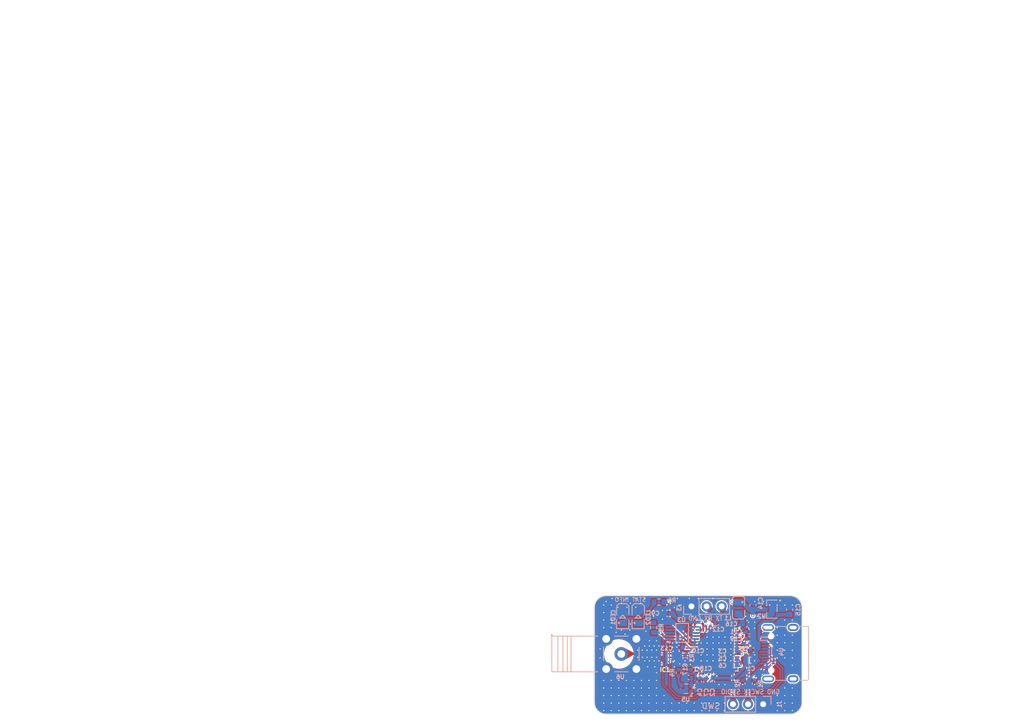
<source format=kicad_pcb>
(kicad_pcb (version 20240108) (generator "pcbnew") (generator_version "8.0")
  (layers (0 "F.Cu" signal) (1 "In1.Cu" signal) (2 "In2.Cu" signal) (31 "B.Cu" signal) (34 "B.Paste" user) (35 "F.Paste" user) (36 "B.SilkS" user "B.Silkscreen") (37 "F.SilkS" user "F.Silkscreen") (38 "B.Mask" user) (39 "F.Mask" user) (44 "Edge.Cuts" user))
  (net 0 "")
  (net 1 "+1V5")
  (net 2 "GND")
  (net 3 "+3.3V")
  (net 4 "/RESET")
  (net 5 "+5V")
  (net 6 "/PB0-VDD_TCXO")
  (net 7 "Net-(C18-Pad1)")
  (net 8 "/OSC_IN")
  (net 11 "/RFI-")
  (net 12 "Net-(IC1-RFI_IN)")
  (net 13 "/RFI+")
  (net 14 "/JTCK{slash}SWCLK")
  (net 15 "/JTMS{slash}SWDIO")
  (net 16 "/USART1_TX")
  (net 17 "/USART1_RX")
  (net 18 "Net-(LED1-A)")
  (net 19 "Net-(LED2-A)")
  (net 20 "Net-(U4-CC1)")
  (net 21 "Net-(U4-CC2)")
  (net 22 "/BOOT0")
  (net 23 "Net-(U5-OUT)")
  (net 24 "/TIM1_CH1_LED_1")
  (net 29 "/USART2_RX")
  (net 37 "/USART2_TX")
  (net 38 "/TIM1_CH2_LED_2")
  (net 53 "USBD+")
  (net 54 "USBD-")
  (net 62 "Net-(U1-VDDA)")
  (footprint "jlc:BALFHBWL02D3" (layer "F.Cu") (at 111.91 111.14 180)
    (property "Reference" "IC1")
    (property "Value" "BALFHB-WL-02D3" (hide yes))
  )
  (footprint "Package_DFN_QFN:QFN-48-1EP_7x7mm_P0.5mm_EP5.6x5.6mm" (layer "F.Cu") (at 120.61 109.1 -90)
    (property "Reference" "U1")
    (property "Value" "STM32WLE5C8Ux")
  )
  (footprint "Capacitor_SMD:C_0402_1005Metric" (layer "B.Cu") (at 120.9 104.6 180)
    (property "Reference" "C12")
    (property "Value" "100nF")
  )
  (footprint "jlc:ANT-TH_KH-SMA-K513-G" (layer "B.Cu") (at 104.559995 109.840005)
    (property "Reference" "U6")
    (property "Value" "KH-SMA-K513-G")
  )
  (footprint "Capacitor_SMD:C_0603_1608Metric" (layer "B.Cu") (at 132.9 102.4 90)
    (property "Reference" "C15")
    (property "Value" "1uF")
  )
  (footprint "Connector_PinSocket_2.54mm:PinSocket_1x03_P2.54mm_Vertical" (layer "B.Cu") (at 116.375 101.825 -90)
    (property "Reference" "J3")
    (property "Value" "Conn_01x03_Pin")
  )
  (footprint "Capacitor_SMD:C_0402_1005Metric" (layer "B.Cu") (at 115.9 113.8)
    (property "Reference" "C17")
    (property "Value" "10nF")
  )
  (footprint "jlc:USB-C-SMD_TYPE-C-6PIN-2MD-073" (layer "B.Cu") (at 131.104928 109.709855 -90)
    (property "Reference" "U4")
    (property "Value" "TYPE-C_16PIN_2MD(073)")
  )
  (footprint "Capacitor_SMD:C_0402_1005Metric" (layer "B.Cu") (at 123.52 109.4)
    (property "Reference" "C3")
    (property "Value" "100nF")
  )
  (footprint "jlc:MSOP-10_L3.0-W3.0-P0.50-LS5.0-BL" (layer "B.Cu") (at 114.8 106.3 90)
    (property "Reference" "U3")
    (property "Value" "CH340X")
  )
  (footprint "Resistor_SMD:R_0402_1005Metric" (layer "B.Cu") (at 126.99 114.81 90)
    (property "Reference" "R1")
    (property "Value" "5.1k")
  )
  (footprint "Capacitor_SMD:C_0603_1608Metric" (layer "B.Cu") (at 112.3 103 180)
    (property "Reference" "C9")
    (property "Value" "4.7uF")
  )
  (footprint "Resistor_SMD:R_0402_1005Metric" (layer "B.Cu") (at 125 114.81 90)
    (property "Reference" "R2")
    (property "Value" "5.1k")
  )
  (footprint "Capacitor_SMD:C_0402_1005Metric" (layer "B.Cu") (at 126.1 107.3)
    (property "Reference" "C19")
    (property "Value" "100nF")
  )
  (footprint "jlc:OSC-SMD_4P-L2.0-W1.6-BL_EPSON_TG-5006CJ-19H" (layer "B.Cu") (at 115.5 115.7 180)
    (property "Reference" "U5")
    (property "Value" "X1G004131004200")
  )
  (footprint "Capacitor_SMD:C_0402_1005Metric" (layer "B.Cu") (at 118.8 114.5 -90)
    (property "Reference" "C7")
    (property "Value" "100nF")
  )
  (footprint "jlc:LED0805-R-RD" (layer "B.Cu") (at 104.8 103.6 -90)
    (property "Reference" "LED1")
    (property "Value" "0805G_(Green)")
  )
  (footprint "Capacitor_SMD:C_0402_1005Metric" (layer "B.Cu") (at 116.8 112.5)
    (property "Reference" "C18")
    (property "Value" "10pF")
  )
  (footprint "Capacitor_SMD:C_0402_1005Metric" (layer "B.Cu") (at 117.7 114.5 -90)
    (property "Reference" "C4")
    (property "Value" "100nF")
  )
  (footprint "Capacitor_SMD:C_0402_1005Metric" (layer "B.Cu") (at 117.4 108.3 180)
    (property "Reference" "C10")
    (property "Value" "100nF")
  )
  (footprint "Capacitor_SMD:C_0402_1005Metric" (layer "B.Cu") (at 123.5 111.8 180)
    (property "Reference" "C6")
    (property "Value" "100nF")
  )
  (footprint "Capacitor_SMD:C_0402_1005Metric" (layer "B.Cu") (at 126.1 106.1)
    (property "Reference" "C11")
    (property "Value" "100nF")
  )
  (footprint "jlc:L0805" (layer "B.Cu") (at 124.3 102.1 -90)
    (property "Reference" "L1")
    (property "Value" "GZ2012D601TF")
  )
  (footprint "Capacitor_SMD:C_0402_1005Metric" (layer "B.Cu") (at 126.8 109.2)
    (property "Reference" "C8")
    (property "Value" "100nF")
  )
  (footprint "jlc:SOT-23-3_L2.9-W1.6-P1.90-LS2.8-BR" (layer "B.Cu") (at 129.9 102.3)
    (property "Reference" "U2")
    (property "Value" "XC6206P332MR")
  )
  (footprint "Capacitor_SMD:C_0603_1608Metric" (layer "B.Cu") (at 126.7 101.625 90)
    (property "Reference" "C14")
    (property "Value" "1uF")
  )
  (footprint "Capacitor_SMD:C_0603_1608Metric" (layer "B.Cu") (at 125.7 104.7 180)
    (property "Reference" "C16")
    (property "Value" "4.7uF")
  )
  (footprint "Resistor_SMD:R_0402_1005Metric" (layer "B.Cu") (at 115.3 110.5 90)
    (property "Reference" "R3")
    (property "Value" "4.7k")
  )
  (footprint "jlc:LED0805-R-RD" (layer "B.Cu") (at 107.4 103.6 -90)
    (property "Reference" "LED2")
    (property "Value" "0805G_(Green)")
  )
  (footprint "Resistor_SMD:R_0402_1005Metric" (layer "B.Cu") (at 114.2 113 90)
    (property "Reference" "R4")
    (property "Value" "220")
  )
  (footprint "Capacitor_SMD:C_0603_1608Metric" (layer "B.Cu") (at 126.3 110.9 180)
    (property "Reference" "C1")
    (property "Value" "0.47uF")
  )
  (footprint "Capacitor_SMD:C_0402_1005Metric" (layer "B.Cu") (at 123.5 110.6 180)
    (property "Reference" "C5")
    (property "Value" "100nF")
  )
  (footprint "Resistor_SMD:R_0603_1608Metric" (layer "B.Cu") (at 110 105.4 90)
    (property "Reference" "R5")
    (property "Value" "68")
  )
  (footprint "Capacitor_SMD:C_0402_1005Metric" (layer "B.Cu") (at 114.3 108.8 180)
    (property "Reference" "C13")
    (property "Value" "100nF")
  )
  (footprint "Connector_PinSocket_2.54mm:PinSocket_1x03_P2.54mm_Vertical" (layer "B.Cu") (at 128.44 118.3 90)
    (property "Reference" "J1")
    (property "Value" "Conn_01x03_Pin")
  )
  (footprint "Resistor_SMD:R_0603_1608Metric" (layer "B.Cu") (at 110.9 101.1 180)
    (property "Reference" "R6")
    (property "Value" "68")
  )
  (footprint "Capacitor_SMD:C_0402_1005Metric" (layer "B.Cu") (at 119.9 114.48 -90)
    (property "Reference" "C2")
    (property "Value" "33pF")
  )
  (gr_line (start 135 102) (end 135 118) (stroke (width 0.1)) (layer "Edge.Cuts"))
  (gr_line (start 100 118) (end 100 102) (stroke (width 0.1)) (layer "Edge.Cuts"))
  (gr_line (start 133 120) (end 102 120) (stroke (width 0.1)) (layer "Edge.Cuts"))
  (gr_arc (start 135 118) (mid 134.414214 119.414214) (end 133 120) (stroke (width 0.1)) (layer "Edge.Cuts"))
  (gr_arc (start 102 120) (mid 100.585786 119.414214) (end 100 118) (stroke (width 0.1)) (layer "Edge.Cuts"))
  (gr_arc (start 100 102) (mid 100.585786 100.585786) (end 102 100) (stroke (width 0.1)) (layer "Edge.Cuts"))
  (gr_arc (start 133 100) (mid 134.414214 100.585786) (end 135 102) (stroke (width 0.1)) (layer "Edge.Cuts"))
  (gr_line (start 102 100) (end 133 100) (stroke (width 0.1)) (layer "Edge.Cuts"))
  (gr_text "GND SWCLK SWDIO" (at 131.3 116.7 0) (layer "B.SilkS") (effects (font (size 0.8 0.7) (thickness 0.12)) (justify left bottom mirror)))
  (gr_text "STAT INFO" (at 108.8 101.1 0) (layer "B.SilkS") (effects (font (size 0.7 0.7) (thickness 0.12) (bold yes)) (justify left bottom mirror)))
  (gr_text "SWD" (at 121.3 119.2 0) (layer "B.SilkS") (effects (font (size 1 1)) (justify left bottom mirror)))
  (gr_text "TX RX GND" (at 121.7 104.3 0) (layer "B.SilkS") (effects (font (size 0.8 0.7) (thickness 0.12)) (justify left bottom mirror)))
  (segment (start 124.75 107.85) (end 124.0475 107.85) (width 0.3) (layer "F.Cu") (net 1))
  (segment (start 119.9 113.263454) (end 119.86 113.223454) (width 0.3) (layer "F.Cu") (net 1))
  (segment (start 119.86 113.223454) (end 119.86 112.5375) (width 0.3) (layer "F.Cu") (net 1))
  (via (at 124.75 107.85) (size 0.3) (drill 0.2) (layers "F.Cu" "B.Cu") (net 1))
  (via (at 119.9 113.263454) (size 0.3) (drill 0.2) (layers "F.Cu" "B.Cu") (net 1))
  (segment (start 120.1 113.9) (end 119.9 113.7) (width 0.5) (layer "B.Cu") (net 1))
  (segment (start 123.448529 113.9) (end 120.1 113.9) (width 0.5) (layer "B.Cu") (net 1))
  (segment (start 125.5 108.5) (end 124.85 107.85) (width 0.5) (layer "B.Cu") (net 1))
  (segment (start 125.525 111.823529) (end 123.448529 113.9) (width 0.5) (layer "B.Cu") (net 1))
  (segment (start 125.5 110.875) (end 125.5 108.5) (width 0.5) (layer "B.Cu") (net 1))
  (segment (start 125.525 110.9) (end 125.525 111.823529) (width 0.5) (layer "B.Cu") (net 1))
  (segment (start 119.9 113.263454) (end 119.9 113.7) (width 0.3) (layer "B.Cu") (net 1))
  (segment (start 111.91 110.64) (end 111.91 111.395) (width 0.342392) (layer "F.Cu") (net 2))
  (segment (start 111.91 110.64) (end 111.22 110.64) (width 0.342392) (layer "F.Cu") (net 2))
  (segment (start 111.91 111.395) (end 111.825 111.48) (width 0.342392) (layer "F.Cu") (net 2))
  (via (at 104.14 115.57) (size 0.3) (drill 0.2) (layers "F.Cu" "B.Cu") (net 2))
  (via (at 114.3 119.38) (size 0.3) (drill 0.2) (layers "F.Cu" "B.Cu") (net 2))
  (via (at 129.54 101.6) (size 0.3) (drill 0.2) (layers "F.Cu" "B.Cu") (net 2))
  (via (at 107.95 114.3) (size 0.3) (drill 0.2) (layers "F.Cu" "B.Cu") (net 2))
  (via (at 123 108) (size 0.3) (drill 0.2) (layers "F.Cu" "B.Cu") (net 2))
  (via (at 133.35 111.76) (size 0.3) (drill 0.2) (layers "F.Cu" "B.Cu") (net 2))
  (via (at 130.81 106.68) (size 0.3) (drill 0.2) (layers "F.Cu" "B.Cu") (net 2))
  (via (at 128.5 103.5) (size 0.3) (drill 0.2) (layers "F.Cu" "B.Cu") (net 2))
  (via (at 109.22 116.84) (size 0.3) (drill 0.2) (layers "F.Cu" "B.Cu") (net 2))
  (via (at 132.08 115.57) (size 0.3) (drill 0.2) (layers "F.Cu" "B.Cu") (net 2))
  (via (at 110.1 111) (size 0.3) (drill 0.2) (layers "F.Cu" "B.Cu") (net 2))
  (via (at 120 100.5) (size 0.3) (drill 0.2) (layers "F.Cu" "B.Cu") (net 2))
  (via (at 113.2 108) (size 0.3) (drill 0.2) (layers "F.Cu" "B.Cu") (net 2))
  (via (at 128.5 101) (size 0.3) (drill 0.2) (layers "F.Cu" "B.Cu") (net 2))
  (via (at 102.87 104.14) (size 0.3) (drill 0.2) (layers "F.Cu" "B.Cu") (net 2))
  (via (at 118 110) (size 0.3) (drill 0.2) (layers "F.Cu" "B.Cu") (net 2))
  (via (at 127 111) (size 0.3) (drill 0.2) (layers "F.Cu" "B.Cu") (net 2))
  (via (at 133.35 116.84) (size 0.3) (drill 0.2) (layers "F.Cu" "B.Cu") (net 2))
  (via (at 121 108) (size 0.3) (drill 0.2) (layers "F.Cu" "B.Cu") (net 2))
  (via (at 101.6 119.38) (size 0.3) (drill 0.2) (layers "F.Cu" "B.Cu") (net 2))
  (via (at 116 100.5) (size 0.3) (drill 0.2) (layers "F.Cu" "B.Cu") (net 2))
  (via (at 114.3 109.4) (size 0.3) (drill 0.2) (layers "F.Cu" "B.Cu") (net 2))
  (via (at 113.9 108.7) (size 0.3) (drill 0.2) (layers "F.Cu" "B.Cu") (net 2))
  (via (at 133.35 107.95) (size 0.3) (drill 0.2) (layers "F.Cu" "B.Cu") (net 2))
  (via (at 111.5 104) (size 0.3) (drill 0.2) (layers "F.Cu" "B.Cu") (net 2))
  (via (at 106 105.8) (size 0.3) (drill 0.2) (layers "F.Cu" "B.Cu") (net 2))
  (via (at 118 109) (size 0.3) (drill 0.2) (layers "F.Cu" "B.Cu") (net 2))
  (via (at 118.11 118.11) (size 0.3) (drill 0.2) (layers "F.Cu" "B.Cu") (net 2))
  (via (at 102 101) (size 0.3) (drill 0.2) (layers "F.Cu" "B.Cu") (net 2))
  (via (at 105.41 116.84) (size 0.3) (drill 0.2) (layers "F.Cu" "B.Cu") (net 2))
  (via (at 110.5 109.2) (size 0.3) (drill 0.2) (layers "F.Cu" "B.Cu") (net 2))
  (via (at 114.4 111.5) (size 0.3) (drill 0.2) (layers "F.Cu" "B.Cu") (net 2))
  (via (at 104 100.5) (size 0.3) (drill 0.2) (layers "F.Cu" "B.Cu") (net 2))
  (via (at 132.08 119.38) (size 0.3) (drill 0.2) (layers "F.Cu" "B.Cu") (net 2))
  (via (at 124 115) (size 0.3) (drill 0.2) (layers "F.Cu" "B.Cu") (net 2))
  (via (at 132.08 104.14) (size 0.3) (drill 0.2) (layers "F.Cu" "B.Cu") (net 2))
  (via (at 128.3 113.3) (size 0.3) (drill 0.2) (layers "F.Cu" "B.Cu") (net 2))
  (via (at 109.3 111) (size 0.3) (drill 0.2) (layers "F.Cu" "B.Cu") (net 2))
  (via (at 119 107) (size 0.3) (drill 0.2) (layers "F.Cu" "B.Cu") (net 2))
  (via (at 133.35 118.11) (size 0.3) (drill 0.2) (layers "F.Cu" "B.Cu") (net 2))
  (via (at 103.7 106.2) (size 0.3) (drill 0.2) (layers "F.Cu" "B.Cu") (net 2))
  (via (at 122 108) (size 0.3) (drill 0.2) (layers "F.Cu" "B.Cu") (net 2))
  (via (at 121 115) (size 0.3) (drill 0.2) (layers "F.Cu" "B.Cu") (net 2))
  (via (at 132.08 118.11) (size 0.3) (drill 0.2) (layers "F.Cu" "B.Cu") (net 2))
  (via (at 110.1 108.5) (size 0.3) (drill 0.2) (layers "F.Cu" "B.Cu") (net 2))
  (via (at 126 104.5) (size 0.3) (drill 0.2) (layers "F.Cu" "B.Cu") (net 2))
  (via (at 113.03 119.38) (size 0.3) (drill 0.2) (layers "F.Cu" "B.Cu") (net 2))
  (via (at 113.3 109.4) (size 0.3) (drill 0.2) (layers "F.Cu" "B.Cu") (net 2))
  (via (at 102.87 101.6) (size 0.3) (drill 0.2) (layers "F.Cu" "B.Cu") (net 2))
  (via (at 104.6 101.3) (size 0.3) (drill 0.2) (layers "F.Cu" "B.Cu") (net 2))
  (via (at 105.5 100.5) (size 0.3) (drill 0.2) (layers "F.Cu" "B.Cu") (net 2))
  (via (at 113.5 112) (size 0.3) (drill 0.2) (layers "F.Cu" "B.Cu") (net 2))
  (via (at 109.7 109.2) (size 0.3) (drill 0.2) (layers "F.Cu" "B.Cu") (net 2))
  (via (at 133.35 110.49) (size 0.3) (drill 0.2) (layers "F.Cu" "B.Cu") (net 2))
  (via (at 114 100.5) (size 0.3) (drill 0.2) (layers "F.Cu" "B.Cu") (net 2))
  (via (at 104.14 118.11) (size 0.3) (drill 0.2) (layers "F.Cu" "B.Cu") (net 2))
  (via (at 107.3 109.2) (size 0.3) (drill 0.2) (layers "F.Cu" "B.Cu") (net 2))
  (via (at 123 107) (size 0.3) (drill 0.2) (layers "F.Cu" "B.Cu") (net 2))
  (via (at 132.08 106.68) (size 0.3) (drill 0.2) (layers "F.Cu" "B.Cu") (net 2))
  (via (at 105.5 102) (size 0.3) (drill 0.2) (layers "F.Cu" "B.Cu") (net 2))
  (via (at 108.1 110.4) (size 0.3) (drill 0.2) (layers "F.Cu" "B.Cu") (net 2))
  (via (at 120 107) (size 0.3) (drill 0.2) (layers "F.Cu" "B.Cu") (net 2))
  (via (at 101.6 104.14) (size 0.3) (drill 0.2) (layers "F.Cu" "B.Cu") (net 2))
  (via (at 123 110) (size 0.3) (drill 0.2) (layers "F.Cu" "B.Cu") (net 2))
  (via (at 104.14 116.84) (size 0.3) (drill 0.2) (layers "F.Cu" "B.Cu") (net 2))
  (via (at 116.2 111.6) (size 0.3) (drill 0.2) (layers "F.Cu" "B.Cu") (net 2))
  (via (at 121 109) (size 0.3) (drill 0.2) (layers "F.Cu" "B.Cu") (net 2))
  (via (at 132.08 110.49) (size 0.3) (drill 0.2) (layers "F.Cu" "B.Cu") (net 2))
  (via (at 133.35 101.6) (size 0.3) (drill 0.2) (layers "F.Cu" "B.Cu") (net 2))
  (via (at 125.5 103.5) (size 0.3) (drill 0.2) (layers "F.Cu" "B.Cu") (net 2))
  (via (at 104.6 105.8) (size 0.3) (drill 0.2) (layers "F.Cu" "B.Cu") (net 2))
  (via (at 116.84 119.38) (size 0.3) (drill 0.2) (layers "F.Cu" "B.Cu") (net 2))
  (via (at 109.3 108.5) (size 0.3) (drill 0.2) (layers "F.Cu" "B.Cu") (net 2))
  (via (at 133.35 115.57) (size 0.3) (drill 0.2) (layers "F.Cu" "B.Cu") (net 2))
  (via (at 113.9 108) (size 0.3) (drill 0.2) (layers "F.Cu" "B.Cu") (net 2))
  (via (at 105.41 114.3) (size 0.3) (drill 0.2) (layers "F.Cu" "B.Cu") (net 2))
  (via (at 116.5 103.5) (size 0.3) (drill 0.2) (layers "F.Cu" "B.Cu") (net 2))
  (via (at 123 109) (size 0.3) (drill 0.2) (layers "F.Cu" "B.Cu") (net 2))
  (via (at 122 109) (size 0.3) (drill 0.2) (layers "F.Cu" "B.Cu") (net 2))
  (via (at 122 115) (size 0.3) (drill 0.2) (layers "F.Cu" "B.Cu") (net 2))
  (via (at 112.1 109) (size 0.3) (drill 0.2) (layers "F.Cu" "B.Cu") (net 2))
  (via (at 110.49 116.84) (size 0.3) (drill 0.2) (layers "F.Cu" "B.Cu") (net 2))
  (via (at 110.49 115.57) (size 0.3) (drill 0.2) (layers "F.Cu" "B.Cu") (net 2))
  (via (at 119 111) (size 0.3) (drill 0.2) (layers "F.Cu" "B.Cu") (net 2))
  (via (at 107.3 110.4) (size 0.3) (drill 0.2) (layers "F.Cu" "B.Cu") (net 2))
  (via (at 119.38 118.11) (size 0.3) (drill 0.2) (layers "F.Cu" "B.Cu") (net 2))
  (via (at 115.57 119.38) (size 0.3) (drill 0.2) (layers "F.Cu" "B.Cu") (net 2))
  (via (at 108.5 111) (size 0.3) (drill 0.2) (layers "F.Cu" "B.Cu") (net 2))
  (via (at 132.08 109.22) (size 0.3) (drill 0.2) (layers "F.Cu" "B.Cu") (net 2))
  (via (at 113.03 118.11) (size 0.3) (drill 0.2) (layers "F.Cu" "B.Cu") (net 2))
  (via (at 121 107) (size 0.3) (drill 0.2) (layers "F.Cu" "B.Cu") (net 2))
  (via (at 132.08 116.84) (size 0.3) (drill 0.2) (layers "F.Cu" "B.Cu") (net 2))
  (via (at 106.68 118.11) (size 0.3) (drill 0.2) (layers "F.Cu" "B.Cu") (net 2))
  (via (at 110.5 107.6) (size 0.3) (drill 0.2) (layers "F.Cu" "B.Cu") (net 2))
  (via (at 122 111) (size 0.3) (drill 0.2) (layers "F.Cu" "B.Cu") (net 2))
  (via (at 101.6 116.84) (size 0.3) (drill 0.2) (layers "F.Cu" "B.Cu") (net 2))
  (via (at 133.35 109.22) (size 0.3) (drill 0.2) (layers "F.Cu" "B.Cu") (net 2))
  (via (at 130.81 118.11) (size 0.3) (drill 0.2) (layers "F.Cu" "B.Cu") (net 2))
  (via (at 109.22 118.11) (size 0.3) (drill 0.2) (layers "F.Cu" "B.Cu") (net 2))
  (via (at 127.5 103.5) (size 0.3) (drill 0.2) (layers "F.Cu" "B.Cu") (net 2))
  (via (at 109.7 110.4) (size 0.3) (drill 0.2) (layers "F.Cu" "B.Cu") (net 2))
  (via (at 120.65 119.38) (size 0.3) (drill 0.2) (layers "F.Cu" "B.Cu") (net 2))
  (via (at 121 111) (size 0.3) (drill 0.2) (layers "F.Cu" "B.Cu") (net 2))
  (via (at 108.7 106) (size 0.3) (drill 0.2) (layers "F.Cu" "B.Cu") (net 2))
  (via (at 107 100.5) (size 0.3) (drill 0.2) (layers "F.Cu" "B.Cu") (net 2))
  (via (at 113.2 108.7) (size 0.3) (drill 0.2) (layers "F.Cu" "B.Cu") (net 2))
  (via (at 120 111) (size 0.3) (drill 0.2) (layers "F.Cu" "B.Cu") (net 2))
  (via (at 107.95 118.11) (size 0.3) (drill 0.2) (layers "F.Cu" "B.Cu") (net 2))
  (via (at 110.9 111) (size 0.3) (drill 0.2) (layers "F.Cu" "B.Cu") (net 2))
  (via (at 114.3 101.6) (size 0.3) (drill 0.2) (layers "F.Cu" "B.Cu") (net 2))
  (via (at 127 105.5) (size 0.3) (drill 0.2) (layers "F.Cu" "B.Cu") (net 2))
  (via (at 125 115) (size 0.3) (drill 0.2) (layers "F.Cu" "B.Cu") (net 2))
  (via (at 110.49 119.38) (size 0.3) (drill 0.2) (layers "F.Cu" "B.Cu") (net 2))
  (via (at 110 102.5) (size 0.3) (drill 0.2) (layers "F.Cu" "B.Cu") (net 2))
  (via (at 109.22 115.57) (size 0.3) (drill 0.2) (layers "F.Cu" "B.Cu") (net 2))
  (via (at 101.6 115.57) (size 0.3) (drill 0.2) (layers "F.Cu" "B.Cu") (net 2))
  (via (at 128.329896 106.2) (size 0.3) (drill 0.2) (layers "F.Cu" "B.Cu") (net 2))
  (via (at 110 103.5) (size 0.3) (drill 0.2) (layers "F.Cu" "B.Cu") (net 2))
  (via (at 113.5 102) (size 0.3) (drill 0.2) (layers "F.Cu" "B.Cu") (net 2))
  (via (at 108.9 109.2) (size 0.3) (drill 0.2) (layers "F.Cu" "B.Cu") (net 2))
  (via (at 107.95 119.38) (size 0.3) (drill 0.2) (layers "F.Cu" "B.Cu") (net 2))
  (via (at 101 110.5) (size 0.3) (drill 0.2) (layers "F.Cu" "B.Cu") (net 2))
  (via (at 110.5 110.4) (size 0.3) (drill 0.2) (layers "F.Cu" "B.Cu") (net 2))
  (via (at 102.87 116.84) (size 0.3) (drill 0.2) (layers "F.Cu" "B.Cu") (net 2))
  (via (at 110.5 113) (size 0.3) (drill 0.2) (layers "F.Cu" "B.Cu") (net 2))
  (via (at 130.81 107.95) (size 0.3) (drill 0.2) (layers "F.Cu" "B.Cu") (net 2))
  (via (at 104.14 119.38) (size 0.3) (drill 0.2) (layers "F.Cu" "B.Cu") (net 2))
  (via (at 133.35 104.14) (size 0.3) (drill 0.2) (layers "F.Cu" "B.Cu") (net 2))
  (via (at 110.9 108.5) (size 0.3) (drill 0.2) (layers "F.Cu" "B.Cu") (net 2))
  (via (at 101.6 105.41) (size 0.3) (drill 0.2) (layers "F.Cu" "B.Cu") (net 2))
  (via (at 113.5 111) (size 0.3) (drill 0.2) (layers "F.Cu" "B.Cu") (net 2))
  (via (at 123 111) (size 0.3) (drill 0.2) (layers "F.Cu" "B.Cu") (net 2))
  (via (at 104.14 114.3) (size 0.3) (drill 0.2) (layers "F.Cu" "B.Cu") (net 2))
  (via (at 106.68 119.38) (size 0.3) (drill 0.2) (layers "F.Cu" "B.Cu") (net 2))
  (via (at 114.3 118.11) (size 0.3) (drill 0.2) (layers "F.Cu" "B.Cu") (net 2))
  (via (at 108.5 100.5) (size 0.3) (drill 0.2) (layers "F.Cu" "B.Cu") (net 2))
  (via (at 110.49 114.3) (size 0.3) (drill 0.2) (layers "F.Cu" "B.Cu") (net 2))
  (via (at 127 101) (size 0.3) (drill 0.2) (layers "F.Cu" "B.Cu") (net 2))
  (via (at 106.68 116.84) (size 0.3) (drill 0.2) (layers "F.Cu" "B.Cu") (net 2))
  (via (at 102.87 114.3) (size 0.3) (drill 0.2) (layers "F.Cu" "B.Cu") (net 2))
  (via (at 104 102) (size 0.3) (drill 0.2) (layers "F.Cu" "B.Cu") (net 2))
  (via (at 119.38 119.38) (size 0.3) (drill 0.2) (layers "F.Cu" "B.Cu") (net 2))
  (via (at 119 110) (size 0.3) (drill 0.2) (layers "F.Cu" "B.Cu") (net 2))
  (via (at 128 115) (size 0.3) (drill 0.2) (layers "F.Cu" "B.Cu") (net 2))
  (via (at 109.22 119.38) (size 0.3) (drill 0.2) (layers "F.Cu" "B.Cu") (net 2))
  (via (at 120.65 118.11) (size 0.3) (drill 0.2) (layers "F.Cu" "B.Cu") (net 2))
  (via (at 130.81 101.6) (size 0.3) (drill 0.2) (layers "F.Cu" "B.Cu") (net 2))
  (via (at 132.08 107.95) (size 0.3) (drill 0.2) (layers "F.Cu" "B.Cu") (net 2))
  (via (at 116.84 118.11) (size 0.3) (drill 0.2) (layers "F.Cu" "B.Cu") (net 2))
  (via (at 101.6 118.11) (size 0.3) (drill 0.2) (layers "F.Cu" "B.Cu") (net 2))
  (via (at 127 110) (size 0.3) (drill 0.2) (layers "F.Cu" "B.Cu") (net 2))
  (via (at 101 109) (size 0.3) (drill 0.2) (layers "F.Cu" "B.Cu") (net 2))
  (via (at 101.6 114.3) (size 0.3) (drill 0.2) (layers "F.Cu" "B.Cu") (net 2))
  (via (at 121.92 119.38) (size 0.3) (drill 0.2) (layers "F.Cu" "B.Cu") (net 2))
  (via (at 110.49 118.11) (size 0.3) (drill 0.2) (layers "F.Cu" "B.Cu") (net 2))
  (via (at 107 102) (size 0.3) (drill 0.2) (layers "F.Cu" "B.Cu") (net 2))
  (via (at 108.5 108.5) (size 0.3) (drill 0.2) (layers "F.Cu" "B.Cu") (net 2))
  (via (at 122 107) (size 0.3) (drill 0.2) (layers "F.Cu" "B.Cu") (net 2))
  (via (at 116.2 110.9) (size 0.3) (drill 0.2) (layers "F.Cu" "B.Cu") (net 2))
  (via (at 126 105.5) (size 0.3) (drill 0.2) (layers "F.Cu" "B.Cu") (net 2))
  (via (at 103 100.5) (size 0.3) (drill 0.2) (layers "F.Cu" "B.Cu") (net 2))
  (via (at 106.1 104.8) (size 0.3) (drill 0.2) (layers "F.Cu" "B.Cu") (net 2))
  (via (at 130.81 109.22) (size 0.3) (drill 0.2) (layers "F.Cu" "B.Cu") (net 2))
  (via (at 107.95 116.84) (size 0.3) (drill 0.2) (layers "F.Cu" "B.Cu") (net 2))
  (via (at 133.35 106.68) (size 0.3) (drill 0.2) (layers "F.Cu" "B.Cu") (net 2))
  (via (at 107.95 115.57) (size 0.3) (drill 0.2) (layers "F.Cu" "B.Cu") (net 2))
  (via (at 102.87 105.41) (size 0.3) (drill 0.2) (layers "F.Cu" "B.Cu") (net 2))
  (via (at 105.41 118.11) (size 0.3) (drill 0.2) (layers "F.Cu" "B.Cu") (net 2))
  (via (at 117.5 100.5) (size 0.3) (drill 0.2) (layers "F.Cu" "B.Cu") (net 2))
  (via (at 115.57 118.11) (size 0.3) (drill 0.2) (layers "F.Cu" "B.Cu") (net 2))
  (via (at 127 104.5) (size 0.3) (drill 0.2) (layers "F.Cu" "B.Cu") (net 2))
  (via (at 120 110) (size 0.3) (drill 0.2) (layers "F.Cu" "B.Cu") (net 2))
  (via (at 115.3 111) (size 0.3) (drill 0.2) (layers "F.Cu" "B.Cu") (net 2))
  (via (at 102.87 118.11) (size 0.3) (drill 0.2) (layers "F.Cu" "B.Cu") (net 2))
  (via (at 111.5 102.5) (size 0.3) (drill 0.2) (layers "F.Cu" "B.Cu") (net 2))
  (via (at 130.81 119.38) (size 0.3) (drill 0.2) (layers "F.Cu" "B.Cu") (net 2))
  (via (at 115.3 111.8) (size 0.3) (drill 0.2) (layers "F.Cu" "B.Cu") (net 2))
  (via (at 118 111) (size 0.3) (drill 0.2) (layers "F.Cu" "B.Cu") (net 2))
  (via (at 101.6 101.6) (size 0.3) (drill 0.2) (layers "F.Cu" "B.Cu") (net 2))
  (via (at 102.87 119.38) (size 0.3) (drill 0.2) (layers "F.Cu" "B.Cu") (net 2))
  (via (at 121.92 118.11) (size 0.3) (drill 0.2) (layers "F.Cu" "B.Cu") (net 2))
  (via (at 109.3 107.6) (size 0.3) (drill 0.2) (layers "F.Cu" "B.Cu") (net 2))
  (via (at 115 103.5) (size 0.3) (drill 0.2) (layers "F.Cu" "B.Cu") (net 2))
  (via (at 105.41 119.38) (size 0.3) (drill 0.2) (layers "F.Cu" "B.Cu") (net 2))
  (via (at 111.76 119.38) (size 0.3) (drill 0.2) (layers "F.Cu" "B.Cu") (net 2))
  (via (at 108.9 110.4) (size 0.3) (drill 0.2) (layers "F.Cu" "B.Cu") (net 2))
  (via (at 118 108) (size 0.3) (drill 0.2) (layers "F.Cu" "B.Cu") (net 2))
  (via (at 120 108) (size 0.3) (drill 0.2) (layers "F.Cu" "B.Cu") (net 2))
  (via (at 112.2 112) (size 0.3) (drill 0.2) (layers "F.Cu" "B.Cu") (net 2))
  (via (at 122 110) (size 0.3) (drill 0.2) (layers "F.Cu" "B.Cu") (net 2))
  (via (at 105.2 106.5) (size 0.3) (drill 0.2) (layers "F.Cu" "B.Cu") (net 2))
  (via (at 133.35 119.38) (size 0.3) (drill 0.2) (layers "F.Cu" "B.Cu") (net 2))
  (via (at 130.81 105.41) (size 0.3) (drill 0.2) (layers "F.Cu" "B.Cu") (net 2))
  (via (at 121 110) (size 0.3) (drill 0.2) (layers "F.Cu" "B.Cu") (net 2))
  (via (at 106.1 101.3) (size 0.3) (drill 0.2) (layers "F.Cu" "B.Cu") (net 2))
  (via (at 111.76 118.11) (size 0.3) (drill 0.2) (layers "F.Cu" "B.Cu") (net 2))
  (via (at 110.2 112) (size 0.3) (drill 0.2) (layers "F.Cu" "B.Cu") (net 2))
  (via (at 109 112) (size 0.3) (drill 0.2) (layers "F.Cu" "B.Cu") (net 2))
  (via (at 132.08 101.6) (size 0.3) (drill 0.2) (layers "F.Cu" "B.Cu") (net 2))
  (via (at 130.81 110.49) (size 0.3) (drill 0.2) (layers "F.Cu" "B.Cu") (net 2))
  (via (at 120 109) (size 0.3) (drill 0.2) (layers "F.Cu" "B.Cu") (net 2))
  (via (at 106.68 115.57) (size 0.3) (drill 0.2) (layers "F.Cu" "B.Cu") (net 2))
  (via (at 130.81 116.84) (size 0.3) (drill 0.2) (layers "F.Cu" "B.Cu") (net 2))
  (via (at 117.770033 103.20697) (size 0.3) (drill 0.2) (layers "F.Cu" "B.Cu") (net 2))
  (via (at 102.87 115.57) (size 0.3) (drill 0.2) (layers "F.Cu" "B.Cu") (net 2))
  (via (at 111.76 116.84) (size 0.3) (drill 0.2) (layers "F.Cu" "B.Cu") (net 2))
  (via (at 105.41 115.57) (size 0.3) (drill 0.2) (layers "F.Cu" "B.Cu") (net 2))
  (via (at 102.87 102.87) (size 0.3) (drill 0.2) (layers "F.Cu" "B.Cu") (net 2))
  (via (at 107.8 101.3) (size 0.3) (drill 0.2) (layers "F.Cu" "B.Cu") (net 2))
  (via (at 101.6 102.87) (size 0.3) (drill 0.2) (layers "F.Cu" "B.Cu") (net 2))
  (via (at 119 109) (size 0.3) (drill 0.2) (layers "F.Cu" "B.Cu") (net 2))
  (via (at 109.22 114.3) (size 0.3) (drill 0.2) (layers "F.Cu" "B.Cu") (net 2))
  (via (at 127 115) (size 0.3) (drill 0.2) (layers "F.Cu" "B.Cu") (net 2))
  (via (at 106.68 114.3) (size 0.3) (drill 0.2) (layers "F.Cu" "B.Cu") (net 2))
  (via (at 119 108) (size 0.3) (drill 0.2) (layers "F.Cu" "B.Cu") (net 2))
  (via (at 108.1 109.2) (size 0.3) (drill 0.2) (layers "F.Cu" "B.Cu") (net 2))
  (via (at 118.11 119.38) (size 0.3) (drill 0.2) (layers "F.Cu" "B.Cu") (net 2))
  (segment (start 128.639726 106.50983) (end 128.329896 106.2) (width 0.3) (layer "B.Cu") (net 2))
  (segment (start 128.69012 112.90988) (end 128.3 113.3) (width 0.3) (layer "B.Cu") (net 2))
  (segment (start 124.65 111.85) (end 124.0475 111.85) (width 0.3) (layer "F.Cu") (net 3))
  (segment (start 119.1 103.9) (end 117.9 103.9) (width 0.3) (layer "F.Cu") (net 3))
  (segment (start 119.36 113.24) (end 119.36 112.5375) (width 0.2) (layer "F.Cu") (net 3))
  (segment (start 118 104.5) (end 118.36 104.86) (width 0.34925) (layer "F.Cu") (net 3))
  (segment (start 125.624265 107.775735) (end 125.574265 107.775735) (width 0.3) (layer "F.Cu") (net 3))
  (segment (start 126.1 108.6) (end 125.85 108.35) (width 0.3) (layer "F.Cu") (net 3))
  (segment (start 125 108.35) (end 124.8 108.35) (width 0.3) (layer "F.Cu") (net 3))
  (segment (start 117.9 103.9) (end 116.9 104.9) (width 0.3) (layer "F.Cu") (net 3))
  (segment (start 125 106.5) (end 125 106.920096) (width 0.3) (layer "F.Cu") (net 3))
  (segment (start 117.8 112.5975) (end 117.86 112.5375) (width 0.2) (layer "F.Cu") (net 3))
  (segment (start 117.6 113.5) (end 117.8 113.3) (width 0.2) (layer "F.Cu") (net 3))
  (segment (start 119.1 113.5) (end 119.36 113.24) (width 0.2) (layer "F.Cu") (net 3))
  (segment (start 118.36 104.86) (end 118.36 105.6625) (width 0.34925) (layer "F.Cu") (net 3))
  (segment (start 124.8 108.35) (end 124.0475 108.35) (width 0.3) (layer "F.Cu") (net 3))
  (segment (start 116.9 104.9) (end 116.9 105.8) (width 0.3) (layer "F.Cu") (net 3))
  (segment (start 119.3 104.1) (end 119.1 103.9) (width 0.3) (layer "F.Cu") (net 3))
  (segment (start 125.85 108.35) (end 124.8 108.35) (width 0.3) (layer "F.Cu") (net 3))
  (segment (start 124.570096 107.35) (end 124.0475 107.35) (width 0.3) (layer "F.Cu") (net 3))
  (segment (start 117.8 113.3) (end 117.8 112.5975) (width 0.2) (layer "F.Cu") (net 3))
  (segment (start 125.574265 107.775735) (end 125 108.35) (width 0.3) (layer "F.Cu") (net 3))
  (segment (start 124.7 111.8) (end 124.65 111.85) (width 0.3) (layer "F.Cu") (net 3))
  (segment (start 125 106.920096) (end 124.570096 107.35) (width 0.3) (layer "F.Cu") (net 3))
  (via (at 116.9 105.8) (size 0.3) (drill 0.2) (layers "F.Cu" "B.Cu") (net 3))
  (via (at 126.7 103.4) (size 0.5) (drill 0.3) (layers "F.Cu" "B.Cu") (net 3))
  (via (at 118 104.5) (size 0.5) (drill 0.3) (layers "F.Cu" "B.Cu") (net 3))
  (via (at 123.2 101.1) (size 0.5) (drill 0.3) (layers "F.Cu" "B.Cu") (net 3))
  (via (at 117.6 113.5) (size 0.3) (drill 0.2) (layers "F.Cu" "B.Cu") (net 3))
  (via (at 119.1 113.5) (size 0.3) (drill 0.2) (layers "F.Cu" "B.Cu") (net 3))
  (via (at 119.3 104.1) (size 0.3) (drill 0.2) (layers "F.Cu" "B.Cu") (net 3))
  (via (at 125.624265 107.775735) (size 0.3) (drill 0.2) (layers "F.Cu" "B.Cu") (net 3))
  (via (at 126.1 108.6) (size 0.3) (drill 0.2) (layers "F.Cu" "B.Cu") (net 3))
  (via (at 125 106.5) (size 0.3) (drill 0.2) (layers "F.Cu" "B.Cu") (net 3))
  (via (at 124.7 111.8) (size 0.3) (drill 0.2) (layers "F.Cu" "B.Cu") (net 3))
  (segment (start 126.32 108.82) (end 126.32 109.2) (width 0.3) (layer "B.Cu") (net 3))
  (segment (start 116.6 108.3) (end 116.92 108.3) (width 0.2) (layer "B.Cu") (net 3))
  (segment (start 114.575 104.5) (end 118 104.5) (width 0.5) (layer "B.Cu") (net 3))
  (segment (start 118.6 114) (end 119.1 113.5) (width 0.3) (layer "B.Cu") (net 3))
  (segment (start 123.98 110.6) (end 123.98 111.8) (width 0.3) (layer "B.Cu") (net 3))
  (segment (start 125.4 106.1) (end 125 106.5) (width 0.3) (layer "B.Cu") (net 3))
  (segment (start 116.909982 105.799873) (end 116.900127 105.799873) (width 0.3) (layer "B.Cu") (net 3))
  (segment (start 126.8 102.3) (end 126.7 102.4) (width 0.8) (layer "B.Cu") (net 3))
  (segment (start 124.3 101.133782) (end 123.233782 101.133782) (width 0.5) (layer "B.Cu") (net 3))
  (segment (start 119.3 104.1) (end 120.02 104.1) (width 0.3) (layer "B.Cu") (net 3))
  (segment (start 116.1 105.8) (end 115.7 106.2) (width 0.2) (layer "B.Cu") (net 3))
  (segment (start 126.7 102.4) (end 126.7 103.4) (width 0.5) (layer "B.Cu") (net 3))
  (segment (start 124.7 111.32) (end 123.98 110.6) (width 0.3) (layer "B.Cu") (net 3))
  (segment (start 113.075 103) (end 114.575 104.5) (width 0.5) (layer "B.Cu") (net 3))
  (segment (start 125.62 107.77147) (end 125.624265 107.775735) (width 0.3) (layer "B.Cu") (net 3))
  (segment (start 128.664923 102.3) (end 126.8 102.3) (width 0.8) (layer "B.Cu") (net 3))
  (segment (start 116.92 107.310018) (end 116.909982 107.3) (width 0.3) (layer "B.Cu") (net 3))
  (segment (start 117.6 113.5) (end 118.1 114) (width 0.3) (layer "B.Cu") (net 3))
  (segment (start 126.225 102.4) (end 124.958782 101.133782) (width 0.8) (layer "B.Cu") (net 3))
  (segment (start 123.233782 101.133782) (end 123.2 101.1) (width 0.5) (layer "B.Cu") (net 3))
  (segment (start 124.7 111.8) (end 124.7 111.32) (width 0.3) (layer "B.Cu") (net 3))
  (segment (start 115.7 107.4) (end 116.6 108.3) (width 0.2) (layer "B.Cu") (net 3))
  (segment (start 126.1 108.6) (end 126.32 108.82) (width 0.3) (layer "B.Cu") (net 3))
  (segment (start 120.02 104.1) (end 120.32 104.4) (width 0.3) (layer "B.Cu") (net 3))
  (segment (start 118.1 114) (end 118.6 114) (width 0.3) (layer "B.Cu") (net 3))
  (segment (start 125.62 106.1) (end 125.4 106.1) (width 0.3) (layer "B.Cu") (net 3))
  (segment (start 124.958782 101.133782) (end 124.3 101.133782) (width 0.8) (layer "B.Cu") (net 3))
  (segment (start 123.98 111.8) (end 124.7 111.8) (width 0.3) (layer "B.Cu") (net 3))
  (segment (start 116.9 105.8) (end 116.1 105.8) (width 0.2) (layer "B.Cu") (net 3))
  (segment (start 116.92 108.3) (end 116.92 107.310018) (width 0.3) (layer "B.Cu") (net 3))
  (segment (start 115.7 106.2) (end 115.7 107.4) (width 0.2) (layer "B.Cu") (net 3))
  (segment (start 125.62 107.3) (end 125.62 107.77147) (width 0.3) (layer "B.Cu") (net 3))
  (segment (start 116.900127 105.799873) (end 116.9 105.8) (width 0.3) (layer "B.Cu") (net 3))
  (segment (start 126.7 102.4) (end 126.225 102.4) (width 0.8) (layer "B.Cu") (net 3))
  (segment (start 115.413603 108.85) (end 117.1725 108.85) (width 0.2) (layer "F.Cu") (net 4))
  (segment (start 115.399974 108.836371) (end 115.413603 108.85) (width 0.2) (layer "F.Cu") (net 4))
  (via (at 115.399974 108.836371) (size 0.3) (drill 0.2) (layers "F.Cu" "B.Cu") (net 4))
  (segment (start 115.399974 108.836371) (end 114.8 108.236397) (width 0.2) (layer "B.Cu") (net 4))
  (segment (start 113.700026 105.799873) (end 112.690018 105.799873) (width 0.2) (layer "B.Cu") (net 4))
  (segment (start 114.8 106.899847) (end 113.700026 105.799873) (width 0.2) (layer "B.Cu") (net 4))
  (segment (start 114.78 108.8) (end 115.363603 108.8) (width 0.2) (layer "B.Cu") (net 4))
  (segment (start 115.363603 108.8) (end 115.399974 108.836371) (width 0.2) (layer "B.Cu") (net 4))
  (segment (start 114.8 108.236397) (end 114.8 106.899847) (width 0.2) (layer "B.Cu") (net 4))
  (segment (start 129.207107 107.3) (end 128 107.3) (width 0.3) (layer "F.Cu") (net 5))
  (segment (start 130.2 108.292893) (end 129.207107 107.3) (width 0.3) (layer "F.Cu") (net 5))
  (segment (start 130.2 111.3) (end 130.2 108.292893) (width 0.3) (layer "F.Cu") (net 5))
  (segment (start 129.881801 111.618199) (end 130.2 111.3) (width 0.3) (layer "F.Cu") (net 5))
  (via (at 128 107.3) (size 0.3) (drill 0.2) (layers "F.Cu" "B.Cu") (net 5))
  (via (at 129.881801 111.618199) (size 0.3) (drill 0.2) (layers "F.Cu" "B.Cu") (net 5))
  (segment (start 131.050038 103.249962) (end 129.915139 104.384861) (width 0.5) (layer "B.Cu") (net 5))
  (segment (start 129.299999 112.110033) (end 129.791833 111.618199) (width 0.3) (layer "B.Cu") (net 5))
  (segment (start 127.804991 107.309931) (end 128.729896 107.309931) (width 0.5) (layer "B.Cu") (net 5))
  (segment (start 129.915139 104.384861) (end 128.415593 104.384861) (width 0.5) (layer "B.Cu") (net 5))
  (segment (start 128.729896 112.110033) (end 129.299999 112.110033) (width 0.3) (layer "B.Cu") (net 5))
  (segment (start 127.729896 107.234836) (end 127.804991 107.309931) (width 0.5) (layer "B.Cu") (net 5))
  (segment (start 131.135077 103.249962) (end 132.825038 103.249962) (width 0.5) (layer "B.Cu") (net 5))
  (segment (start 129.791833 111.618199) (end 129.881801 111.618199) (width 0.3) (layer "B.Cu") (net 5))
  (segment (start 127.729896 105.070558) (end 127.729896 107.234836) (width 0.5) (layer "B.Cu") (net 5))
  (segment (start 128.415593 104.384861) (end 127.729896 105.070558) (width 0.5) (layer "B.Cu") (net 5))
  (segment (start 128 107.3) (end 128.719965 107.3) (width 0.3) (layer "B.Cu") (net 5))
  (segment (start 120.4 113.056348) (end 120.36 113.016348) (width 0.3) (layer "F.Cu") (net 6))
  (segment (start 118.57056 115.3) (end 120.4 113.47056) (width 0.3) (layer "F.Cu") (net 6))
  (segment (start 116.8 115.3) (end 118.57056 115.3) (width 0.3) (layer "F.Cu") (net 6))
  (segment (start 120.36 113.016348) (end 120.36 112.5375) (width 0.3) (layer "F.Cu") (net 6))
  (segment (start 120.4 113.47056) (end 120.4 113.056348) (width 0.3) (layer "F.Cu") (net 6))
  (via (at 116.8 115.3) (size 0.3) (drill 0.2) (layers "F.Cu" "B.Cu") (net 6))
  (segment (start 116.324994 115.134976) (end 116.634976 115.134976) (width 0.3) (layer "B.Cu") (net 6))
  (segment (start 116.38 113.8) (end 116.38 115.07997) (width 0.3) (layer "B.Cu") (net 6))
  (segment (start 116.634976 115.134976) (end 116.8 115.3) (width 0.3) (layer "B.Cu") (net 6))
  (segment (start 114.2 112.49) (end 116.31 112.49) (width 0.3) (layer "B.Cu") (net 7))
  (segment (start 118.36 113.435932) (end 118.36 112.5375) (width 0.3) (layer "F.Cu") (net 8))
  (segment (start 118.381076 113.457008) (end 118.36 113.435932) (width 0.3) (layer "F.Cu") (net 8))
  (via (at 118.381076 113.457008) (size 0.3) (drill 0.2) (layers "F.Cu" "B.Cu") (net 8))
  (segment (start 118.381076 113.457008) (end 117.424068 112.5) (width 0.3) (layer "B.Cu") (net 8))
  (segment (start 117.424068 112.5) (end 117.28 112.5) (width 0.3) (layer "B.Cu") (net 8))
  (segment (start 116.471249 110.305) (end 113.181174 110.305) (width 0.2) (layer "F.Cu") (net 11))
  (segment (start 113.181174 110.305) (end 113.056174 110.43) (width 0.2) (layer "F.Cu") (net 11))
  (segment (start 117.1725 110.35) (end 116.516249 110.35) (width 0.2) (layer "F.Cu") (net 11))
  (segment (start 113.056174 110.43) (end 112.6 110.43) (width 0.2) (layer "F.Cu") (net 11))
  (segment (start 116.516249 110.35) (end 116.471249 110.305) (width 0.2) (layer "F.Cu") (net 11))
  (segment (start 111.22 109.8) (end 104.6 109.8) (width 0.3) (layer "F.Cu") (net 12))
  (segment (start 116.471249 109.895) (end 113.181174 109.895) (width 0.2) (layer "F.Cu") (net 13))
  (segment (start 113.086174 109.8) (end 112.6 109.8) (width 0.2) (layer "F.Cu") (net 13))
  (segment (start 117.1725 109.85) (end 116.516249 109.85) (width 0.2) (layer "F.Cu") (net 13))
  (segment (start 116.516249 109.85) (end 116.471249 109.895) (width 0.2) (layer "F.Cu") (net 13))
  (segment (start 113.181174 109.895) (end 113.086174 109.8) (width 0.2) (layer "F.Cu") (net 13))
  (segment (start 124.574386 109.275) (end 124.1225 109.275) (width 0.2) (layer "F.Cu") (net 14))
  (segment (start 125.885 118.225) (end 125.885 110.107182) (width 0.2) (layer "F.Cu") (net 14))
  (segment (start 124.724693 109.124693) (end 124.574386 109.275) (width 0.2) (layer "F.Cu") (net 14))
  (segment (start 125.885 110.107182) (end 124.902511 109.124693) (width 0.2) (layer "F.Cu") (net 14))
  (segment (start 124.1225 109.275) (end 124.0475 109.35) (width 0.2) (layer "F.Cu") (net 14))
  (segment (start 124.902511 109.124693) (end 124.724693 109.124693) (width 0.2) (layer "F.Cu") (net 14))
  (segment (start 123.345 118.225) (end 123.345 112.5525) (width 0.2) (layer "F.Cu") (net 15))
  (segment (start 121.86 102.26) (end 121.86 105.6625) (width 0.2) (layer "F.Cu") (net 16))
  (segment (start 118.96 101.9) (end 121.36 104.3) (width 0.2) (layer "F.Cu") (net 17))
  (segment (start 121.36 104.3) (end 121.36 105.6625) (width 0.2) (layer "F.Cu") (net 17))
  (segment (start 105.65 103.800292) (end 104.8 104.650292) (width 0.3) (layer "B.Cu") (net 18))
  (segment (start 110.075 101.1) (end 110.075 101.575) (width 0.3) (layer "B.Cu") (net 18))
  (segment (start 107.849708 103.800292) (end 105.65 103.800292) (width 0.3) (layer "B.Cu") (net 18))
  (segment (start 110.075 101.575) (end 107.849708 103.800292) (width 0.3) (layer "B.Cu") (net 18))
  (segment (start 107.475292 104.575) (end 107.4 104.650292) (width 0.3) (layer "B.Cu") (net 19))
  (segment (start 110 104.575) (end 107.475292 104.575) (width 0.3) (layer "B.Cu") (net 19))
  (segment (start 127 113.8) (end 129.7 111.1) (width 0.2) (layer "F.Cu") (net 20))
  (segment (start 129.7 111.1) (end 129.7 108.5) (width 0.2) (layer "F.Cu") (net 20))
  (via (at 127 113.8) (size 0.3) (drill 0.2) (layers "F.Cu" "B.Cu") (net 20))
  (via (at 129.7 108.5) (size 0.3) (drill 0.2) (layers "F.Cu" "B.Cu") (net 20))
  (segment (start 129.7 108.5) (end 128.76985 108.5) (width 0.2) (layer "B.Cu") (net 20))
  (segment (start 126.99 114.3) (end 126.99 113.81) (width 0.2) (layer "B.Cu") (net 20))
  (segment (start 126.99 113.81) (end 127 113.8) (width 0.2) (layer "B.Cu") (net 20))
  (segment (start 127.939954 111.460046) (end 128.729896 111.460046) (width 0.2) (layer "B.Cu") (net 21))
  (segment (start 125.1 114.3) (end 127.939954 111.460046) (width 0.2) (layer "B.Cu") (net 21))
  (segment (start 116.55 109.35) (end 117.1725 109.35) (width 0.2) (layer "F.Cu") (net 22))
  (segment (start 116.5 109.3) (end 116.55 109.35) (width 0.2) (layer "F.Cu") (net 22))
  (via (at 116.5 109.3) (size 0.3) (drill 0.2) (layers "F.Cu" "B.Cu") (net 22))
  (segment (start 116.909982 105.3) (end 115.899974 105.3) (width 0.2) (layer "B.Cu") (net 22))
  (segment (start 115.2 105.999974) (end 115.2 108) (width 0.2) (layer "B.Cu") (net 22))
  (segment (start 115.899974 105.3) (end 115.2 105.999974) (width 0.2) (layer "B.Cu") (net 22))
  (segment (start 116.5 109.3) (end 115.99 109.3) (width 0.2) (layer "B.Cu") (net 22))
  (segment (start 115.2 108) (end 116.5 109.3) (width 0.2) (layer "B.Cu") (net 22))
  (segment (start 115.99 109.3) (end 115.3 109.99) (width 0.2) (layer "B.Cu") (net 22))
  (segment (start 114.675006 115.134976) (end 114.2 114.65997) (width 0.3) (layer "B.Cu") (net 23))
  (segment (start 114.2 114.65997) (end 114.2 113.51) (width 0.3) (layer "B.Cu") (net 23))
  (segment (start 117.1725 107.85) (end 116.457106 107.85) (width 0.3) (layer "F.Cu") (net 24))
  (segment (start 112.5 103.892894) (end 112.5 101.1) (width 0.3) (layer "F.Cu") (net 24))
  (segment (start 116.457106 107.85) (end 112.5 103.892894) (width 0.3) (layer "F.Cu") (net 24))
  (via (at 112.5 101.1) (size 0.5) (drill 0.3) (layers "F.Cu" "B.Cu") (net 24))
  (segment (start 112.5 101.1) (end 111.725 101.1) (width 0.3) (layer "B.Cu") (net 24))
  (segment (start 118.884625 104.9) (end 118.884625 105.637875) (width 0.2) (layer "F.Cu") (net 29))
  (via (at 118.884625 104.9) (size 0.3) (drill 0.2) (layers "F.Cu" "B.Cu") (net 29))
  (segment (start 118.01999 105.982129) (end 117.702119 106.3) (width 0.2) (layer "B.Cu") (net 29))
  (segment (start 117.702119 106.3) (end 116.909982 106.3) (width 0.2) (layer "B.Cu") (net 29))
  (segment (start 118.884625 104.9) (end 118.01999 105.764635) (width 0.2) (layer "B.Cu") (net 29))
  (segment (start 118.01999 105.764635) (end 118.01999 105.982129) (width 0.2) (layer "B.Cu") (net 29))
  (segment (start 119.36 105.210614) (end 119.36 105.6625) (width 0.2) (layer "F.Cu") (net 37))
  (segment (start 119.685307 104.885307) (end 119.36 105.210614) (width 0.2) (layer "F.Cu") (net 37))
  (via (at 119.685307 104.885307) (size 0.3) (drill 0.2) (layers "F.Cu" "B.Cu") (net 37))
  (segment (start 119.685307 105.140166) (end 118.0256 106.799873) (width 0.2) (layer "B.Cu") (net 37))
  (segment (start 119.685307 104.885307) (end 119.685307 105.140166) (width 0.2) (layer "B.Cu") (net 37))
  (segment (start 118.0256 106.799873) (end 116.909982 106.799873) (width 0.2) (layer "B.Cu") (net 37))
  (segment (start 111.2 106.3) (end 112 107.1) (width 0.3) (layer "F.Cu") (net 38))
  (segment (start 115 107.1) (end 116.3 108.4) (width 0.3) (layer "F.Cu") (net 38))
  (segment (start 116.599904 108.4) (end 116.649904 108.35) (width 0.3) (layer "F.Cu") (net 38))
  (segment (start 116.3 108.4) (end 116.599904 108.4) (width 0.3) (layer "F.Cu") (net 38))
  (segment (start 116.649904 108.35) (end 117.1725 108.35) (width 0.3) (layer "F.Cu") (net 38))
  (segment (start 112 107.1) (end 115 107.1) (width 0.3) (layer "F.Cu") (net 38))
  (via (at 111.2 106.3) (size 0.5) (drill 0.3) (layers "F.Cu" "B.Cu") (net 38))
  (segment (start 110 106.225) (end 111.125 106.225) (width 0.3) (layer "B.Cu") (net 38))
  (segment (start 111.125 106.225) (end 111.2 106.3) (width 0.3) (layer "B.Cu") (net 38))
  (segment (start 129.359791 110.459791) (end 128.729896 110.459791) (width 0.2) (layer "B.Cu") (net 53))
  (segment (start 116.924994 116.94003) (end 117.765024 116.1) (width 0.2) (layer "B.Cu") (net 53))
  (segment (start 127.929768 110.459791) (end 127.879896 110.409919) (width 0.2) (layer "B.Cu") (net 53))
  (segment (start 131.3 112.4) (end 129.359791 110.459791) (width 0.2) (layer "B.Cu") (net 53))
  (segment (start 129.4 116.1) (end 131.3 114.2) (width 0.2) (layer "B.Cu") (net 53))
  (segment (start 127.879896 109.509919) (end 127.930024 109.459791) (width 0.2) (layer "B.Cu") (net 53))
  (segment (start 127.879896 110.409919) (end 127.879896 109.509919) (width 0.2) (layer "B.Cu") (net 53))
  (segment (start 112.690018 107.3) (end 112.690018 115.555042) (width 0.2) (layer "B.Cu") (net 53))
  (segment (start 127.930024 109.459791) (end 128.729896 109.459791) (width 0.2) (layer "B.Cu") (net 53))
  (segment (start 131.3 114.2) (end 131.3 112.4) (width 0.2) (layer "B.Cu") (net 53))
  (segment (start 112.690018 115.555042) (end 114.075006 116.94003) (width 0.2) (layer "B.Cu") (net 53))
  (segment (start 128.729896 110.459791) (end 127.929768 110.459791) (width 0.2) (layer "B.Cu") (net 53))
  (segment (start 114.075006 116.94003) (end 116.924994 116.94003) (width 0.2) (layer "B.Cu") (net 53))
  (segment (start 117.765024 116.1) (end 129.4 116.1) (width 0.2) (layer "B.Cu") (net 53))
  (segment (start 128.729896 109.959919) (end 129.479896 109.959919) (width 0.2) (layer "B.Cu") (net 54))
  (segment (start 111.68001 106.799873) (end 112.690018 106.799873) (width 0.2) (layer "B.Cu") (net 54))
  (segment (start 117.93071 116.5) (end 117.090679 117.34003) (width 0.2) (layer "B.Cu") (net 54))
  (segment (start 129.6 116.5) (end 117.93071 116.5) (width 0.2) (layer "B.Cu") (net 54))
  (segment (start 129.529768 109.959919) (end 129.579896 109.909791) (width 0.2) (layer "B.Cu") (net 54))
  (segment (start 128.729896 109.959919) (end 129.529768 109.959919) (width 0.2) (layer "B.Cu") (net 54))
  (segment (start 131.7 112.180023) (end 131.7 114.4) (width 0.2) (layer "B.Cu") (net 54))
  (segment (start 117.090679 117.34003) (end 113.84003 117.34003) (width 0.2) (layer "B.Cu") (net 54))
  (segment (start 129.479896 109.959919) (end 131.7 112.180023) (width 0.2) (layer "B.Cu") (net 54))
  (segment (start 113.84003 117.34003) (end 111.58001 115.08001) (width 0.2) (layer "B.Cu") (net 54))
  (segment (start 129.559919 108.959919) (end 128.729896 108.959919) (width 0.2) (layer "B.Cu") (net 54))
  (segment (start 129.579896 108.979896) (end 129.559919 108.959919) (width 0.2) (layer "B.Cu") (net 54))
  (segment (start 131.7 114.4) (end 129.6 116.5) (width 0.2) (layer "B.Cu") (net 54))
  (segment (start 111.58001 106.899873) (end 111.68001 106.799873) (width 0.2) (layer "B.Cu") (net 54))
  (segment (start 111.58001 115.08001) (end 111.58001 106.899873) (width 0.2) (layer "B.Cu") (net 54))
  (segment (start 129.579896 109.909791) (end 129.579896 108.979896) (width 0.2) (layer "B.Cu") (net 54))
  (segment (start 124.75 109.85) (end 124.8 109.8) (width 0.3) (layer "F.Cu") (net 62))
  (segment (start 124.0475 109.85) (end 124.75 109.85) (width 0.3) (layer "F.Cu") (net 62))
  (via (at 124.8 109.8) (size 0.5) (drill 0.3) (layers "F.Cu" "B.Cu") (net 62))
  (segment (start 124.925 103.691218) (end 124.3 103.066218) (width 0.5) (layer "B.Cu") (net 62))
  (segment (start 124.8 109.8) (end 124.4 109.4) (width 0.5) (layer "B.Cu") (net 62))
  (segment (start 124.4 109.4) (end 124 109.4) (width 0.5) (layer "B.Cu") (net 62))
  (segment (start 124 109.4) (end 124 105.625) (width 0.5) (layer "B.Cu") (net 62))
  (segment (start 124.925 104.7) (end 124.925 103.691218) (width 0.5) (layer "B.Cu") (net 62))
  (segment (start 124 105.625) (end 124.925 104.7) (width 0.5) (layer "B.Cu") (net 62))
  (zone (net 0) (net_name "") (layer "F.Cu") (name "Taper1") (connect_pads yes (clearance 0)) (min_thickness 0.25)
    (keepout (tracks allowed) (vias allowed) (pads allowed) (copperpour not_allowed) (footprints allowed))
    (fill (thermal_gap 0.5) (thermal_bridge_width 0.5))
    (polygon (pts (xy 106.763813 109.429777) (xy 105.8 107.7) (xy 105.1 108.6)))
  )
  (zone (net 0) (net_name "") (layer "F.Cu") (name "Taper1") (connect_pads yes (clearance 0)) (min_thickness 0.25)
    (keepout (tracks allowed) (vias allowed) (pads allowed) (copperpour not_allowed) (footprints allowed))
    (fill (thermal_gap 0.5) (thermal_bridge_width 0.5))
    (polygon (pts (xy 106.789589 110.161863) (xy 105.8 112) (xy 105.125776 110.99164)))
  )
  (zone (net 2) (net_name "GND") (layer "F.Cu") (name "stitch_zone_0") (priority 2) (connect_pads yes (clearance 0.21)) (min_thickness 0.25) (fill yes (thermal_gap 0.5) (thermal_bridge_width 0.5))
    (polygon (pts (xy 135.7 99.1) (xy 135.8 120.5) (xy 98.7 120.4) (xy 98.7 99.3)))
  )
  (zone (net 0) (net_name "") (layers "F.Cu" "In1.Cu" "In2.Cu" "B.Cu") (connect_pads yes (clearance 0)) (min_thickness 0.25)
    (keepout (tracks allowed) (vias allowed) (pads allowed) (copperpour not_allowed) (footprints allowed))
    (fill (thermal_gap 0.5) (thermal_bridge_width 0.5))
    (polygon (pts (xy 106.648037 109.840005) (xy 106.635998 110.085047) (xy 106.6 110.32773) (xy 106.540387 110.565716) (xy 106.457735 110.796713) (xy 106.35284 111.018496) (xy 106.226711 111.22893) (xy 106.080563 111.425988) (xy 105.915803 111.607771) (xy 105.73402 111.772531) (xy 105.536962 111.918679) (xy 105.326528 112.044808) (xy 105.104745 112.149703) (xy 104.873748 112.232355) (xy 104.635762 112.291968) (xy 104.393079 112.327966) (xy 104.148037 112.340005) (xy 103.902994 112.327966) (xy 103.660311 112.291968) (xy 103.422325 112.232355) (xy 103.191328 112.149703) (xy 102.969545 112.044808) (xy 102.759111 111.918679) (xy 102.562053 111.772531) (xy 102.38027 111.607771) (xy 102.21551 111.425988) (xy 102.069362 111.22893) (xy 101.943233 111.018496) (xy 101.838338 110.796713) (xy 101.755686 110.565716) (xy 101.696073 110.32773) (xy 101.660075 110.085047) (xy 101.648037 109.840005) (xy 101.660075 109.594962) (xy 101.696073 109.352279) (xy 101.755686 109.114293) (xy 101.838338 108.883296) (xy 101.943233 108.661513) (xy 102.069362 108.451079) (xy 102.21551 108.254021) (xy 102.38027 108.072238) (xy 102.562053 107.907478) (xy 102.759111 107.76133) (xy 102.969545 107.635201) (xy 103.191328 107.530306) (xy 103.422325 107.447654) (xy 103.660311 107.388041) (xy 103.902994 107.352043) (xy 104.148037 107.340005) (xy 104.393079 107.352043) (xy 104.635762 107.388041) (xy 104.873748 107.447654) (xy 105.104745 107.530306) (xy 105.326528 107.635201) (xy 105.536962 107.76133) (xy 105.73402 107.907478) (xy 105.915803 108.072238) (xy 106.080563 108.254021) (xy 106.226711 108.451079) (xy 106.35284 108.661513) (xy 106.457735 108.883296) (xy 106.540387 109.114293) (xy 106.6 109.352279) (xy 106.635998 109.594962)))
  )
  (zone (net 2) (net_name "GND") (layer "B.Cu") (priority 3) (connect_pads yes (clearance 0.21)) (min_thickness 0.25) (fill yes (thermal_gap 0.5) (thermal_bridge_width 0.5))
    (polygon (pts (xy 135.6 99.5) (xy 135.6 120.1) (xy 99.4 120.2) (xy 99.5 99.2)))
  )
)
</source>
